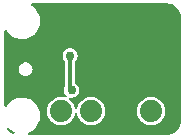
<source format=gbl>
G04 Layer: BottomLayer*
G04 EasyEDA v6.5.22, 2023-02-08 15:23:14*
G04 b47096d6ad144cf6bac1a3a9f6be5821,c949cfa9a39643c6839ff0c3538172d0,10*
G04 Gerber Generator version 0.2*
G04 Scale: 100 percent, Rotated: No, Reflected: No *
G04 Dimensions in inches *
G04 leading zeros omitted , absolute positions ,3 integer and 6 decimal *
%FSLAX36Y36*%
%MOIN*%

%ADD10C,0.0120*%
%ADD11C,0.0740*%
%ADD12C,0.0298*%

%LPD*%
G36*
X36820Y8700D02*
G01*
X34700Y8980D01*
X29440Y11359D01*
X24940Y14120D01*
X20800Y17400D01*
X17080Y21160D01*
X15140Y23620D01*
X14400Y25160D01*
X14380Y26880D01*
X15080Y28460D01*
X16379Y29580D01*
X18020Y30080D01*
X19720Y29820D01*
X21160Y28880D01*
X24240Y25720D01*
X29360Y21500D01*
X34900Y17880D01*
X38120Y16240D01*
X39440Y15180D01*
X40199Y13660D01*
X40260Y11980D01*
X39620Y10420D01*
X38400Y9260D01*
G37*

%LPD*%
G36*
X88240Y6200D02*
G01*
X86720Y6500D01*
X85440Y7360D01*
X84560Y8640D01*
X84240Y10160D01*
X84540Y11680D01*
X85380Y12980D01*
X86640Y13859D01*
X92180Y16299D01*
X97920Y19600D01*
X103260Y23540D01*
X108140Y28020D01*
X112500Y33020D01*
X116280Y38480D01*
X119440Y44320D01*
X121940Y50460D01*
X123740Y56840D01*
X124820Y63380D01*
X125200Y70000D01*
X124820Y76620D01*
X123740Y83160D01*
X121940Y89540D01*
X119440Y95680D01*
X116280Y101519D01*
X112500Y106980D01*
X108140Y111980D01*
X103260Y116460D01*
X97920Y120399D01*
X92180Y123699D01*
X86100Y126380D01*
X79780Y128360D01*
X73260Y129620D01*
X66660Y130180D01*
X60020Y129980D01*
X53460Y129080D01*
X47040Y127440D01*
X40820Y125120D01*
X34900Y122120D01*
X29360Y118500D01*
X24240Y114280D01*
X19600Y109540D01*
X15540Y104300D01*
X13600Y101160D01*
X12420Y99940D01*
X10820Y99300D01*
X9120Y99420D01*
X7600Y100220D01*
X6560Y101580D01*
X6200Y103260D01*
X6200Y351740D01*
X6560Y353420D01*
X7600Y354780D01*
X9120Y355580D01*
X10820Y355700D01*
X12420Y355060D01*
X13600Y353840D01*
X15540Y350700D01*
X19600Y345460D01*
X24240Y340720D01*
X29360Y336500D01*
X34900Y332879D01*
X40820Y329880D01*
X47040Y327560D01*
X53460Y325920D01*
X60020Y325020D01*
X66660Y324820D01*
X73260Y325379D01*
X79780Y326640D01*
X86100Y328620D01*
X92180Y331300D01*
X97920Y334600D01*
X103260Y338540D01*
X108140Y343020D01*
X112500Y348020D01*
X116280Y353480D01*
X119440Y359320D01*
X121940Y365460D01*
X123740Y371840D01*
X124820Y378380D01*
X125200Y385000D01*
X124820Y391620D01*
X123740Y398160D01*
X121940Y404540D01*
X119440Y410680D01*
X116280Y416520D01*
X112500Y421980D01*
X108140Y426980D01*
X103260Y431460D01*
X97920Y435400D01*
X96280Y436340D01*
X95020Y437500D01*
X94340Y439099D01*
X94420Y440840D01*
X95220Y442380D01*
X96600Y443420D01*
X98280Y443800D01*
X549700Y443800D01*
X555520Y443420D01*
X560720Y442440D01*
X565740Y440840D01*
X570560Y438640D01*
X575060Y435880D01*
X579200Y432600D01*
X582920Y428840D01*
X586160Y424660D01*
X588880Y420120D01*
X591020Y415300D01*
X592560Y410240D01*
X593480Y405040D01*
X593800Y399700D01*
X593800Y50300D01*
X593420Y44480D01*
X592440Y39280D01*
X590840Y34260D01*
X588640Y29440D01*
X585880Y24940D01*
X582600Y20800D01*
X578840Y17080D01*
X574660Y13839D01*
X570120Y11120D01*
X565300Y8980D01*
X560240Y7440D01*
X555040Y6520D01*
X549700Y6200D01*
G37*

%LPC*%
G36*
X492100Y37900D02*
G01*
X497900Y37900D01*
X503680Y38620D01*
X509300Y40020D01*
X514720Y42120D01*
X519840Y44880D01*
X524580Y48240D01*
X528880Y52140D01*
X532660Y56560D01*
X535860Y61400D01*
X538460Y66600D01*
X540400Y72080D01*
X541640Y77760D01*
X542180Y83539D01*
X542000Y89360D01*
X541100Y95100D01*
X539500Y100680D01*
X537240Y106039D01*
X534340Y111060D01*
X530840Y115700D01*
X526800Y119880D01*
X522260Y123520D01*
X517320Y126580D01*
X512040Y129000D01*
X506520Y130760D01*
X500800Y131840D01*
X495000Y132200D01*
X489200Y131840D01*
X483480Y130760D01*
X477960Y129000D01*
X472680Y126580D01*
X467740Y123520D01*
X463200Y119880D01*
X459159Y115700D01*
X455660Y111060D01*
X452760Y106039D01*
X450500Y100680D01*
X448900Y95100D01*
X448000Y89360D01*
X447840Y83539D01*
X448360Y77760D01*
X449600Y72080D01*
X451540Y66600D01*
X454140Y61400D01*
X457340Y56560D01*
X461120Y52140D01*
X465420Y48240D01*
X470160Y44880D01*
X475280Y42120D01*
X480700Y40020D01*
X486320Y38620D01*
G37*
G36*
X192100Y37900D02*
G01*
X197900Y37900D01*
X203680Y38620D01*
X209300Y40020D01*
X214720Y42120D01*
X219840Y44880D01*
X224579Y48240D01*
X228880Y52140D01*
X232659Y56560D01*
X235859Y61400D01*
X238460Y66600D01*
X240400Y72080D01*
X241100Y75280D01*
X241700Y76700D01*
X242800Y77780D01*
X244240Y78360D01*
X245760Y78360D01*
X247200Y77780D01*
X248299Y76700D01*
X248900Y75280D01*
X249600Y72080D01*
X251540Y66600D01*
X254140Y61400D01*
X257340Y56560D01*
X261119Y52140D01*
X265420Y48240D01*
X270160Y44880D01*
X275280Y42120D01*
X280700Y40020D01*
X286320Y38620D01*
X292100Y37900D01*
X297900Y37900D01*
X303680Y38620D01*
X309300Y40020D01*
X314720Y42120D01*
X319840Y44880D01*
X324580Y48240D01*
X328880Y52140D01*
X332660Y56560D01*
X335860Y61400D01*
X338459Y66600D01*
X340400Y72080D01*
X341640Y77760D01*
X342180Y83539D01*
X342000Y89360D01*
X341100Y95100D01*
X339500Y100680D01*
X337239Y106039D01*
X334340Y111060D01*
X330840Y115700D01*
X326800Y119880D01*
X322260Y123520D01*
X317320Y126580D01*
X312040Y129000D01*
X306520Y130760D01*
X300800Y131840D01*
X295000Y132200D01*
X289200Y131840D01*
X283480Y130760D01*
X277960Y129000D01*
X272680Y126580D01*
X267740Y123520D01*
X263200Y119880D01*
X259160Y115700D01*
X255660Y111060D01*
X252760Y106039D01*
X250500Y100680D01*
X248840Y94920D01*
X248039Y93400D01*
X246680Y92380D01*
X245000Y92000D01*
X243320Y92380D01*
X241960Y93400D01*
X241160Y94920D01*
X239500Y100680D01*
X237240Y106039D01*
X234340Y111060D01*
X230840Y115700D01*
X226800Y119880D01*
X222500Y123320D01*
X221420Y124680D01*
X221020Y126380D01*
X221360Y128080D01*
X222399Y129480D01*
X223939Y130300D01*
X225680Y130380D01*
X227920Y130000D01*
X232079Y130000D01*
X236160Y130700D01*
X240080Y132040D01*
X243720Y134000D01*
X246980Y136560D01*
X249780Y139600D01*
X252060Y143060D01*
X253720Y146860D01*
X254740Y150880D01*
X255080Y155000D01*
X254740Y159120D01*
X253720Y163140D01*
X252060Y166940D01*
X249780Y170400D01*
X246980Y173440D01*
X242180Y177120D01*
X241460Y178340D01*
X241200Y179740D01*
X241200Y249140D01*
X241480Y250600D01*
X242260Y251840D01*
X244780Y254600D01*
X247060Y258060D01*
X248720Y261860D01*
X249740Y265880D01*
X250080Y270000D01*
X249740Y274120D01*
X248720Y278140D01*
X247060Y281940D01*
X244780Y285400D01*
X241980Y288440D01*
X238720Y291000D01*
X235080Y292960D01*
X231160Y294300D01*
X227079Y295000D01*
X222920Y295000D01*
X218840Y294300D01*
X214920Y292960D01*
X211280Y291000D01*
X208020Y288440D01*
X205219Y285400D01*
X202940Y281940D01*
X201280Y278140D01*
X200260Y274120D01*
X199920Y270000D01*
X200260Y265880D01*
X201280Y261860D01*
X202940Y258060D01*
X205219Y254600D01*
X207740Y251840D01*
X208520Y250600D01*
X208800Y249140D01*
X208800Y169440D01*
X208640Y168299D01*
X207940Y166940D01*
X206280Y163140D01*
X205260Y159120D01*
X204920Y155000D01*
X205260Y150880D01*
X206280Y146860D01*
X207940Y143060D01*
X210219Y139600D01*
X213020Y136540D01*
X213900Y135040D01*
X214060Y133300D01*
X213460Y131680D01*
X212240Y130460D01*
X210600Y129860D01*
X208880Y130020D01*
X206520Y130760D01*
X200799Y131840D01*
X195000Y132200D01*
X189200Y131840D01*
X183480Y130760D01*
X177960Y129000D01*
X172680Y126580D01*
X167740Y123520D01*
X163200Y119880D01*
X159160Y115700D01*
X155660Y111060D01*
X152760Y106039D01*
X150500Y100680D01*
X148900Y95100D01*
X148000Y89360D01*
X147840Y83539D01*
X148360Y77760D01*
X149600Y72080D01*
X151540Y66600D01*
X154140Y61400D01*
X157340Y56560D01*
X161119Y52140D01*
X165420Y48240D01*
X170159Y44880D01*
X175280Y42120D01*
X180700Y40020D01*
X186320Y38620D01*
G37*
G36*
X77900Y202040D02*
G01*
X81780Y202540D01*
X85500Y203680D01*
X88980Y205420D01*
X92120Y207740D01*
X94820Y210560D01*
X97000Y213800D01*
X98600Y217340D01*
X99580Y221119D01*
X99920Y225000D01*
X99580Y228880D01*
X98600Y232659D01*
X97000Y236200D01*
X94820Y239440D01*
X92120Y242260D01*
X88980Y244579D01*
X85500Y246320D01*
X81780Y247460D01*
X77900Y247960D01*
X74020Y247800D01*
X70200Y246980D01*
X66580Y245520D01*
X63259Y243480D01*
X60340Y240900D01*
X57880Y237880D01*
X55980Y234460D01*
X54680Y230799D01*
X54020Y226940D01*
X54020Y223060D01*
X54680Y219200D01*
X55980Y215539D01*
X57880Y212120D01*
X60340Y209100D01*
X63259Y206520D01*
X66580Y204480D01*
X70200Y203020D01*
X74020Y202200D01*
G37*

%LPD*%
D10*
X225000Y270000D02*
G01*
X225000Y160000D01*
X230000Y155000D01*
D11*
G01*
X195000Y85000D03*
G01*
X295000Y85000D03*
G01*
X395000Y85000D03*
G01*
X495000Y85000D03*
D12*
G01*
X230000Y155000D03*
G01*
X225000Y270000D03*
M02*

</source>
